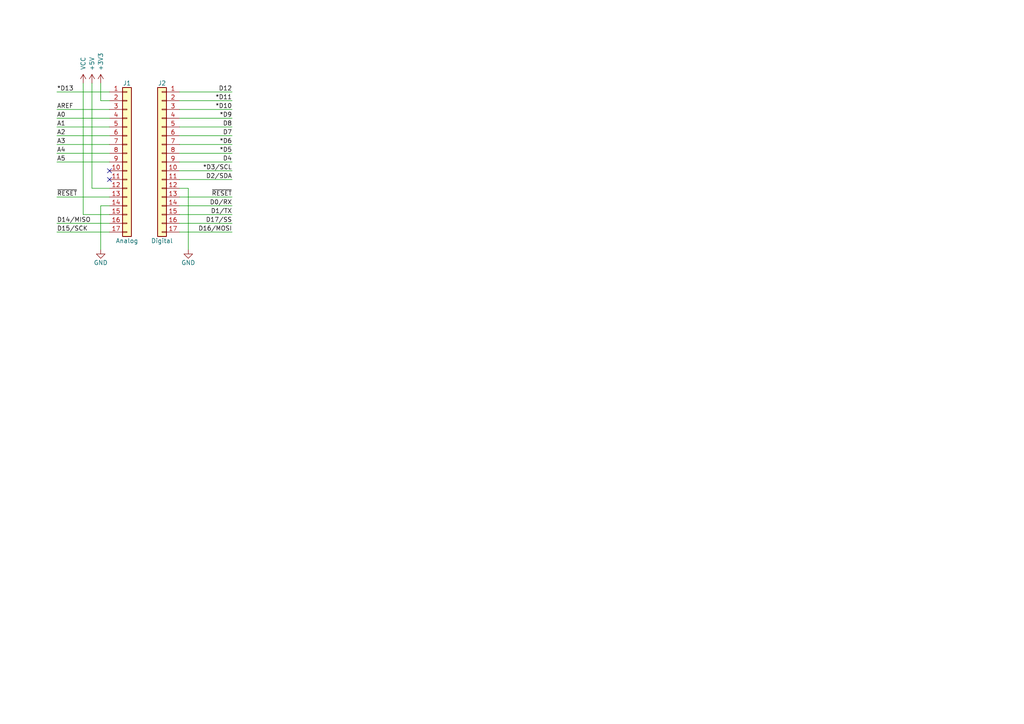
<source format=kicad_sch>
(kicad_sch (version 20231120) (generator "eeschema") (generator_version "8.0")
  (paper "A4")
  (title_block (date "sam. 04 avril 2015"))
  (lib_symbols
    (symbol "Connector_Generic:Conn_01x17" (pin_names (offset 1.016) hide)
      (property "Reference" "J" (at 0 22.86 0))
      (property "Value" "Conn_01x17" (at 0 -22.86 0))
      (symbol "Conn_01x17_1_1"
        (rectangle (start -1.27 -20.193) (end 0 -20.447) (stroke (width 0.1524)))
        (rectangle (start -1.27 -17.653) (end 0 -17.907) (stroke (width 0.1524)))
        (rectangle (start -1.27 -15.113) (end 0 -15.367) (stroke (width 0.1524)))
        (rectangle (start -1.27 -12.573) (end 0 -12.827) (stroke (width 0.1524)))
        (rectangle (start -1.27 -10.033) (end 0 -10.287) (stroke (width 0.1524)))
        (rectangle (start -1.27 -7.493) (end 0 -7.747) (stroke (width 0.1524)))
        (rectangle (start -1.27 -4.953) (end 0 -5.207) (stroke (width 0.1524)))
        (rectangle (start -1.27 -2.413) (end 0 -2.667) (stroke (width 0.1524)))
        (rectangle (start -1.27 0.127) (end 0 -0.127) (stroke (width 0.1524)))
        (rectangle (start -1.27 2.667) (end 0 2.413) (stroke (width 0.1524)))
        (rectangle (start -1.27 5.207) (end 0 4.953) (stroke (width 0.1524)))
        (rectangle (start -1.27 7.747) (end 0 7.493) (stroke (width 0.1524)))
        (rectangle (start -1.27 10.287) (end 0 10.033) (stroke (width 0.1524)))
        (rectangle (start -1.27 12.827) (end 0 12.573) (stroke (width 0.1524)))
        (rectangle (start -1.27 15.367) (end 0 15.113) (stroke (width 0.1524)))
        (rectangle (start -1.27 17.907) (end 0 17.653) (stroke (width 0.1524)))
        (rectangle (start -1.27 20.447) (end 0 20.193) (stroke (width 0.1524)))
        (rectangle (start -1.27 21.59) (end 1.27 -21.59) (stroke (width 0.254)) (fill (type background)))
        (pin passive line (at -5.08 20.32 0) (length 3.81) (name "Pin_1") (number "1"))
        (pin passive line (at -5.08 -2.54 0) (length 3.81) (name "Pin_10") (number "10"))
        (pin passive line (at -5.08 -5.08 0) (length 3.81) (name "Pin_11") (number "11"))
        (pin passive line (at -5.08 -7.62 0) (length 3.81) (name "Pin_12") (number "12"))
        (pin passive line (at -5.08 -10.16 0) (length 3.81) (name "Pin_13") (number "13"))
        (pin passive line (at -5.08 -12.7 0) (length 3.81) (name "Pin_14") (number "14"))
        (pin passive line (at -5.08 -15.24 0) (length 3.81) (name "Pin_15") (number "15"))
        (pin passive line (at -5.08 -17.78 0) (length 3.81) (name "Pin_16") (number "16"))
        (pin passive line (at -5.08 -20.32 0) (length 3.81) (name "Pin_17") (number "17"))
        (pin passive line (at -5.08 17.78 0) (length 3.81) (name "Pin_2") (number "2"))
        (pin passive line (at -5.08 15.24 0) (length 3.81) (name "Pin_3") (number "3"))
        (pin passive line (at -5.08 12.7 0) (length 3.81) (name "Pin_4") (number "4"))
        (pin passive line (at -5.08 10.16 0) (length 3.81) (name "Pin_5") (number "5"))
        (pin passive line (at -5.08 7.62 0) (length 3.81) (name "Pin_6") (number "6"))
        (pin passive line (at -5.08 5.08 0) (length 3.81) (name "Pin_7") (number "7"))
        (pin passive line (at -5.08 2.54 0) (length 3.81) (name "Pin_8") (number "8"))
        (pin passive line (at -5.08 0 0) (length 3.81) (name "Pin_9") (number "9"))
      )
    )
    (symbol "power:+3.3V" (power) (pin_names (offset 0))
      (property "Value" "+3.3V" (at 0 3.556 0))
      (symbol "+3.3V_0_1"
        (polyline (pts (xy -0.762 1.27) (xy 0 2.54)))
        (polyline (pts (xy 0 0) (xy 0 2.54)))
        (polyline (pts (xy 0 2.54) (xy 0.762 1.27)))
      )
      (symbol "+3.3V_1_1"
        (pin power_in line (at 0 0 90) (length 0) hide (name "+3V3") (number "1"))
      )
    )
    (symbol "power:+5V" (power) (pin_names (offset 0))
      (property "Value" "+5V" (at 0 3.556 0))
      (symbol "+5V_0_1"
        (polyline (pts (xy -0.762 1.27) (xy 0 2.54)))
        (polyline (pts (xy 0 0) (xy 0 2.54)))
        (polyline (pts (xy 0 2.54) (xy 0.762 1.27)))
      )
      (symbol "+5V_1_1"
        (pin power_in line (at 0 0 90) (length 0) hide (name "+5V") (number "1"))
      )
    )
    (symbol "power:GND" (power) (pin_names (offset 0))
      (property "Value" "GND" (at 0 -3.81 0))
      (symbol "GND_0_1"
        (polyline (pts (xy 0 0) (xy 0 -1.27) (xy 1.27 -1.27) (xy 0 -2.54) (xy -1.27 -1.27) (xy 0 -1.27)))
      )
      (symbol "GND_1_1"
        (pin power_in line (at 0 0 270) (length 0) hide (name "GND") (number "1"))
      )
    )
    (symbol "power:VCC" (power) (pin_names (offset 0))
      (property "Value" "VCC" (at 0 3.81 0))
      (symbol "VCC_0_1"
        (polyline (pts (xy -0.762 1.27) (xy 0 2.54)))
        (polyline (pts (xy 0 0) (xy 0 2.54)))
        (polyline (pts (xy 0 2.54) (xy 0.762 1.27)))
      )
      (symbol "VCC_1_1"
        (pin power_in line (at 0 0 90) (length 0) hide (name "VCC") (number "1"))
      )
    )
  )
  (no_connect (at 31.75 49.53))
  (no_connect (at 31.75 52.07))
  (wire (pts (xy 52.07 59.69) (xy 67.31 59.69)))
  (wire (pts (xy 31.75 29.21) (xy 29.21 29.21)))
  (wire (pts (xy 26.67 24.13) (xy 26.67 54.61)))
  (wire (pts (xy 31.75 54.61) (xy 26.67 54.61)))
  (wire (pts (xy 52.07 31.75) (xy 67.31 31.75)))
  (wire (pts (xy 52.07 64.77) (xy 67.31 64.77)))
  (wire (pts (xy 16.51 39.37) (xy 31.75 39.37)))
  (wire (pts (xy 52.07 36.83) (xy 67.31 36.83)))
  (wire (pts (xy 52.07 39.37) (xy 67.31 39.37)))
  (wire (pts (xy 52.07 52.07) (xy 67.31 52.07)))
  (wire (pts (xy 16.51 31.75) (xy 31.75 31.75)))
  (wire (pts (xy 52.07 44.45) (xy 67.31 44.45)))
  (wire (pts (xy 29.21 24.13) (xy 29.21 29.21)))
  (wire (pts (xy 52.07 54.61) (xy 54.61 54.61)))
  (wire (pts (xy 52.07 26.67) (xy 67.31 26.67)))
  (wire (pts (xy 24.13 24.13) (xy 24.13 62.23)))
  (wire (pts (xy 31.75 62.23) (xy 24.13 62.23)))
  (wire (pts (xy 16.51 57.15) (xy 31.75 57.15)))
  (wire (pts (xy 52.07 41.91) (xy 67.31 41.91)))
  (wire (pts (xy 52.07 46.99) (xy 67.31 46.99)))
  (wire (pts (xy 16.51 34.29) (xy 31.75 34.29)))
  (wire (pts (xy 16.51 64.77) (xy 31.75 64.77)))
  (wire (pts (xy 16.51 26.67) (xy 31.75 26.67)))
  (wire (pts (xy 16.51 44.45) (xy 31.75 44.45)))
  (wire (pts (xy 52.07 49.53) (xy 67.31 49.53)))
  (wire (pts (xy 16.51 36.83) (xy 31.75 36.83)))
  (wire (pts (xy 16.51 46.99) (xy 31.75 46.99)))
  (wire (pts (xy 52.07 34.29) (xy 67.31 34.29)))
  (wire (pts (xy 52.07 67.31) (xy 67.31 67.31)))
  (wire (pts (xy 52.07 57.15) (xy 67.31 57.15)))
  (wire (pts (xy 54.61 54.61) (xy 54.61 72.39)))
  (wire (pts (xy 16.51 67.31) (xy 31.75 67.31)))
  (wire (pts (xy 52.07 62.23) (xy 67.31 62.23)))
  (wire (pts (xy 29.21 59.69) (xy 29.21 72.39)))
  (wire (pts (xy 31.75 59.69) (xy 29.21 59.69)))
  (wire (pts (xy 16.51 41.91) (xy 31.75 41.91)))
  (wire (pts (xy 52.07 29.21) (xy 67.31 29.21)))
  (label "D4" (at 67.31 46.99 180))
  (label "*D5" (at 67.31 44.45 180))
  (label "A2" (at 16.51 39.37 0))
  (label "D7" (at 67.31 39.37 180))
  (label "D15{slash}SCK" (at 16.51 67.31 0))
  (label "*D13" (at 16.51 26.67 0))
  (label "D16{slash}MOSI" (at 67.31 67.31 180))
  (label "D17{slash}SS" (at 67.31 64.77 180))
  (label "*D6" (at 67.31 41.91 180))
  (label "*D11" (at 67.31 29.21 180))
  (label "A1" (at 16.51 36.83 0))
  (label "D14{slash}MISO" (at 16.51 64.77 0))
  (label "A4" (at 16.51 44.45 0))
  (label "A5" (at 16.51 46.99 0))
  (label "A3" (at 16.51 41.91 0))
  (label "~{RESET}" (at 67.31 57.15 180))
  (label "A0" (at 16.51 34.29 0))
  (label "*D9" (at 67.31 34.29 180))
  (label "*D3{slash}SCL" (at 67.31 49.53 180))
  (label "D2{slash}SDA" (at 67.31 52.07 180))
  (label "D8" (at 67.31 36.83 180))
  (label "D1{slash}TX" (at 67.31 62.23 180))
  (label "D0{slash}RX" (at 67.31 59.69 180))
  (label "AREF" (at 16.51 31.75 0))
  (label "~{RESET}" (at 16.51 57.15 0))
  (label "*D10" (at 67.31 31.75 180))
  (label "D12" (at 67.31 26.67 180))
  (symbol (lib_id "Connector_Generic:Conn_01x17") (at 36.83 46.99 0) (unit 1)
    (property "Reference" "J1" (at 36.83 24.13 0))
    (property "Value" "Analog" (at 36.83 69.85 0))
    (property "Footprint" "Connector_PinHeader_2.54mm:PinHeader_1x17_P2.54mm_Vertical" (effects (hide yes)))
  )
  (symbol (lib_id "Connector_Generic:Conn_01x17") (at 46.99 46.99 0) (mirror y) (unit 1)
    (property "Reference" "J2" (at 46.99 24.13 0))
    (property "Value" "Digital" (at 46.99 69.85 0))
    (property "Footprint" "Connector_PinHeader_2.54mm:PinHeader_1x17_P2.54mm_Vertical" (effects (hide yes)))
  )
  (symbol (lib_id "power:+5V") (at 26.67 24.13 0) (unit 1)
    (property "Reference" "#PWR0103" (effects (hide yes)))
    (property "Value" "+5V" (at 26.67 20.574 90) (effects (justify left)))
  )
  (symbol (lib_id "power:+3.3V") (at 29.21 24.13 0) (unit 1)
    (property "Reference" "#PWR0102" (effects (hide yes)))
    (property "Value" "+3V3" (at 29.21 20.574 90) (effects (justify left)))
  )
  (symbol (lib_id "power:VCC") (at 24.13 24.13 0) (unit 1)
    (property "Reference" "#PWR0101" (effects (hide yes)))
    (property "Value" "VCC" (at 24.13 20.32 90) (effects (justify left)))
  )
  (symbol (lib_id "power:GND") (at 54.61 72.39 0) (unit 1)
    (property "Reference" "#PWR0105" (effects (hide yes)))
    (property "Value" "GND" (at 54.61 76.2 0))
  )
  (symbol (lib_id "power:GND") (at 29.21 72.39 0) (unit 1)
    (property "Reference" "#PWR0104" (effects (hide yes)))
    (property "Value" "GND" (at 29.21 76.2 0))
  )
)
</source>
